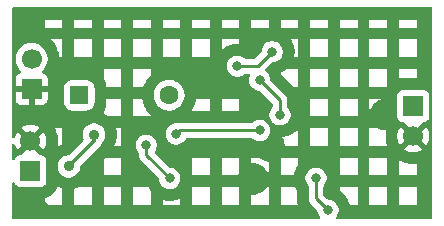
<source format=gbl>
%TF.GenerationSoftware,KiCad,Pcbnew,9.0.1*%
%TF.CreationDate,2025-05-18T00:30:22-05:00*%
%TF.ProjectId,Tiny_Solar_Supply,54696e79-5f53-46f6-9c61-725f53757070,rev?*%
%TF.SameCoordinates,Original*%
%TF.FileFunction,Copper,L2,Bot*%
%TF.FilePolarity,Positive*%
%FSLAX46Y46*%
G04 Gerber Fmt 4.6, Leading zero omitted, Abs format (unit mm)*
G04 Created by KiCad (PCBNEW 9.0.1) date 2025-05-18 00:30:22*
%MOMM*%
%LPD*%
G01*
G04 APERTURE LIST*
G04 Aperture macros list*
%AMRoundRect*
0 Rectangle with rounded corners*
0 $1 Rounding radius*
0 $2 $3 $4 $5 $6 $7 $8 $9 X,Y pos of 4 corners*
0 Add a 4 corners polygon primitive as box body*
4,1,4,$2,$3,$4,$5,$6,$7,$8,$9,$2,$3,0*
0 Add four circle primitives for the rounded corners*
1,1,$1+$1,$2,$3*
1,1,$1+$1,$4,$5*
1,1,$1+$1,$6,$7*
1,1,$1+$1,$8,$9*
0 Add four rect primitives between the rounded corners*
20,1,$1+$1,$2,$3,$4,$5,0*
20,1,$1+$1,$4,$5,$6,$7,0*
20,1,$1+$1,$6,$7,$8,$9,0*
20,1,$1+$1,$8,$9,$2,$3,0*%
G04 Aperture macros list end*
%TA.AperFunction,ComponentPad*%
%ADD10RoundRect,0.250000X-0.550000X-0.550000X0.550000X-0.550000X0.550000X0.550000X-0.550000X0.550000X0*%
%TD*%
%TA.AperFunction,ComponentPad*%
%ADD11C,1.600000*%
%TD*%
%TA.AperFunction,ComponentPad*%
%ADD12R,1.700000X1.700000*%
%TD*%
%TA.AperFunction,ComponentPad*%
%ADD13C,1.700000*%
%TD*%
%TA.AperFunction,ViaPad*%
%ADD14C,0.800000*%
%TD*%
%TA.AperFunction,ViaPad*%
%ADD15C,0.900000*%
%TD*%
%TA.AperFunction,Conductor*%
%ADD16C,0.350000*%
%TD*%
%TA.AperFunction,Conductor*%
%ADD17C,0.250000*%
%TD*%
G04 APERTURE END LIST*
D10*
%TO.P,J3,1,Pin_1*%
%TO.N,/BAT_P*%
X151349570Y-53869831D03*
D11*
%TO.P,J3,2,Pin_2*%
%TO.N,Net-(J3-Pin_2)*%
X158969570Y-53869831D03*
%TD*%
D12*
%TO.P,J1,1,Pin_1*%
%TO.N,/OUT_P*%
X179635516Y-54786750D03*
D13*
%TO.P,J1,2,Pin_2*%
%TO.N,GNDD*%
X179635516Y-57326750D03*
%TD*%
D12*
%TO.P,J2,1,Pin_1*%
%TO.N,/BAT_P*%
X147225952Y-60289104D03*
D13*
%TO.P,J2,2,Pin_2*%
%TO.N,GNDD*%
X147225952Y-57749104D03*
%TD*%
D12*
%TO.P,J4,1,Pin_1*%
%TO.N,GNDD*%
X147320000Y-53340000D03*
D13*
%TO.P,J4,2,Pin_2*%
%TO.N,/SOLAR_P*%
X147320000Y-50800000D03*
%TD*%
D14*
%TO.N,GNDD*%
X161239200Y-52832000D03*
X167436800Y-58166000D03*
X177241200Y-55524400D03*
X147617359Y-63848159D03*
X147320000Y-55880000D03*
X166105876Y-60960000D03*
D15*
%TO.N,/BAT_P*%
X152603200Y-57200800D03*
X150469600Y-59893200D03*
D14*
%TO.N,Net-(U1-FB)*%
X159004000Y-60909200D03*
X157022800Y-58115200D03*
%TO.N,Net-(U1-SW)*%
X167690800Y-50190400D03*
X164744400Y-51409600D03*
%TO.N,Net-(J3-Pin_2)*%
X168351200Y-55524400D03*
X166624000Y-52578000D03*
%TO.N,Net-(Q1-D)*%
X159562800Y-57150000D03*
X166624000Y-56845200D03*
%TO.N,Net-(U1-FB)*%
X171399200Y-60909200D03*
X172424301Y-63620198D03*
%TD*%
D16*
%TO.N,/BAT_P*%
X152603200Y-57759600D02*
X152603200Y-57200800D01*
X150469600Y-59893200D02*
X152603200Y-57759600D01*
D17*
%TO.N,Net-(U1-FB)*%
X157022800Y-58928000D02*
X159004000Y-60909200D01*
X157022800Y-58115200D02*
X157022800Y-58928000D01*
%TO.N,Net-(U1-SW)*%
X166471600Y-51409600D02*
X167690800Y-50190400D01*
X164744400Y-51409600D02*
X166471600Y-51409600D01*
%TO.N,Net-(J3-Pin_2)*%
X168351200Y-54305200D02*
X168351200Y-55524400D01*
X166624000Y-52578000D02*
X168351200Y-54305200D01*
%TO.N,Net-(Q1-D)*%
X159867600Y-56845200D02*
X159562800Y-57150000D01*
X166624000Y-56845200D02*
X159867600Y-56845200D01*
%TO.N,Net-(U1-FB)*%
X171399200Y-60909200D02*
X171399200Y-62595097D01*
X171399200Y-62595097D02*
X172424301Y-63620198D01*
%TD*%
%TA.AperFunction,Conductor*%
%TO.N,GNDD*%
G36*
X181197439Y-46425485D02*
G01*
X181243194Y-46478289D01*
X181254400Y-46529800D01*
X181254400Y-64239600D01*
X181234715Y-64306639D01*
X181181911Y-64352394D01*
X181130400Y-64363600D01*
X173242586Y-64363600D01*
X173175547Y-64343915D01*
X173129792Y-64291111D01*
X173119848Y-64221953D01*
X173139484Y-64170709D01*
X173222310Y-64046751D01*
X173222310Y-64046750D01*
X173222314Y-64046745D01*
X173290195Y-63882864D01*
X173324801Y-63708889D01*
X173324801Y-63531507D01*
X173324801Y-63531504D01*
X173324800Y-63531502D01*
X173290197Y-63357539D01*
X173290194Y-63357530D01*
X173222317Y-63193657D01*
X173222310Y-63193644D01*
X173123765Y-63046163D01*
X173123762Y-63046159D01*
X172998339Y-62920736D01*
X172998335Y-62920733D01*
X172850854Y-62822188D01*
X172850841Y-62822181D01*
X172686968Y-62754304D01*
X172686959Y-62754301D01*
X172512995Y-62719698D01*
X172512992Y-62719698D01*
X172459753Y-62719698D01*
X172392714Y-62700013D01*
X172372072Y-62683379D01*
X172061019Y-62372326D01*
X172027534Y-62311003D01*
X172024700Y-62284645D01*
X172024700Y-62000190D01*
X173417000Y-62000190D01*
X173573170Y-62104541D01*
X173578146Y-62108045D01*
X173607718Y-62129977D01*
X173612516Y-62133722D01*
X173650398Y-62164811D01*
X173655005Y-62168785D01*
X173682292Y-62193516D01*
X173686701Y-62197714D01*
X173846785Y-62357798D01*
X173850983Y-62362207D01*
X173875714Y-62389494D01*
X173879688Y-62394101D01*
X173910777Y-62431983D01*
X173914522Y-62436781D01*
X173936454Y-62466353D01*
X173939958Y-62471329D01*
X174065735Y-62659566D01*
X174068992Y-62664710D01*
X174087928Y-62696304D01*
X174090928Y-62701599D01*
X174114030Y-62744821D01*
X174116767Y-62750260D01*
X174132507Y-62783542D01*
X174134972Y-62789103D01*
X174221602Y-62998249D01*
X174223792Y-63003926D01*
X174236191Y-63038578D01*
X174238099Y-63044353D01*
X174252326Y-63091246D01*
X174253950Y-63097114D01*
X174262902Y-63132849D01*
X174264236Y-63138790D01*
X174267620Y-63155800D01*
X174919000Y-63155800D01*
X175917000Y-63155800D01*
X177419000Y-63155800D01*
X178417000Y-63155800D01*
X179919000Y-63155800D01*
X179919000Y-61653800D01*
X178417000Y-61653800D01*
X178417000Y-63155800D01*
X177419000Y-63155800D01*
X177419000Y-61653800D01*
X175917000Y-61653800D01*
X175917000Y-63155800D01*
X174919000Y-63155800D01*
X174919000Y-61653800D01*
X173417000Y-61653800D01*
X173417000Y-62000190D01*
X172024700Y-62000190D01*
X172024700Y-61608561D01*
X172044385Y-61541522D01*
X172061020Y-61520879D01*
X172098661Y-61483238D01*
X172098664Y-61483235D01*
X172197213Y-61335747D01*
X172265094Y-61171866D01*
X172299700Y-60997891D01*
X172299700Y-60820509D01*
X172299700Y-60820506D01*
X172299699Y-60820504D01*
X172266938Y-60655800D01*
X173417000Y-60655800D01*
X174919000Y-60655800D01*
X175917000Y-60655800D01*
X177419000Y-60655800D01*
X178417000Y-60655800D01*
X179919000Y-60655800D01*
X179919000Y-59659118D01*
X179878537Y-59665527D01*
X179873712Y-59666195D01*
X179844478Y-59669655D01*
X179839641Y-59670131D01*
X179800562Y-59673209D01*
X179795697Y-59673496D01*
X179766245Y-59674654D01*
X179761373Y-59674750D01*
X179509659Y-59674750D01*
X179504787Y-59674654D01*
X179475335Y-59673496D01*
X179470470Y-59673209D01*
X179431391Y-59670131D01*
X179426554Y-59669655D01*
X179397320Y-59666195D01*
X179392496Y-59665527D01*
X179143923Y-59626156D01*
X179139135Y-59625301D01*
X179110272Y-59619561D01*
X179105520Y-59618519D01*
X179067403Y-59609371D01*
X179062687Y-59608141D01*
X179034310Y-59600139D01*
X179029646Y-59598724D01*
X178790253Y-59520941D01*
X178785652Y-59519345D01*
X178758007Y-59509146D01*
X178753471Y-59507371D01*
X178717255Y-59492369D01*
X178712797Y-59490419D01*
X178686053Y-59478090D01*
X178681670Y-59475964D01*
X178457406Y-59361694D01*
X178453111Y-59359398D01*
X178427399Y-59344998D01*
X178423197Y-59342535D01*
X178417000Y-59338737D01*
X178417000Y-60655800D01*
X177419000Y-60655800D01*
X177419000Y-59153800D01*
X175917000Y-59153800D01*
X175917000Y-60655800D01*
X174919000Y-60655800D01*
X174919000Y-59153800D01*
X173417000Y-59153800D01*
X173417000Y-60655800D01*
X172266938Y-60655800D01*
X172265096Y-60646541D01*
X172265093Y-60646532D01*
X172262669Y-60640681D01*
X172204029Y-60499108D01*
X172197216Y-60482659D01*
X172197209Y-60482646D01*
X172098664Y-60335165D01*
X172098661Y-60335161D01*
X171973238Y-60209738D01*
X171973234Y-60209735D01*
X171825753Y-60111190D01*
X171825740Y-60111183D01*
X171661867Y-60043306D01*
X171661858Y-60043303D01*
X171487894Y-60008700D01*
X171487891Y-60008700D01*
X171310509Y-60008700D01*
X171310506Y-60008700D01*
X171136541Y-60043303D01*
X171136532Y-60043306D01*
X170972659Y-60111183D01*
X170972646Y-60111190D01*
X170825165Y-60209735D01*
X170825161Y-60209738D01*
X170699738Y-60335161D01*
X170699735Y-60335165D01*
X170601190Y-60482646D01*
X170601183Y-60482659D01*
X170533306Y-60646532D01*
X170533303Y-60646541D01*
X170498700Y-60820504D01*
X170498700Y-60997895D01*
X170533303Y-61171858D01*
X170533306Y-61171867D01*
X170601183Y-61335740D01*
X170601190Y-61335753D01*
X170699735Y-61483234D01*
X170699738Y-61483238D01*
X170737380Y-61520879D01*
X170770866Y-61582201D01*
X170773700Y-61608561D01*
X170773700Y-62656703D01*
X170793113Y-62754304D01*
X170793113Y-62754306D01*
X170797734Y-62777541D01*
X170802523Y-62789103D01*
X170844888Y-62891383D01*
X170866686Y-62924005D01*
X170866687Y-62924008D01*
X170866688Y-62924008D01*
X170913341Y-62993829D01*
X170913344Y-62993833D01*
X171004786Y-63085275D01*
X171004808Y-63085295D01*
X171487482Y-63567969D01*
X171520967Y-63629292D01*
X171523801Y-63655650D01*
X171523801Y-63708893D01*
X171558404Y-63882856D01*
X171558407Y-63882865D01*
X171626284Y-64046738D01*
X171626291Y-64046751D01*
X171709118Y-64170709D01*
X171729996Y-64237386D01*
X171711512Y-64304767D01*
X171659533Y-64351457D01*
X171606016Y-64363600D01*
X145796562Y-64363600D01*
X145729523Y-64343915D01*
X145708881Y-64327281D01*
X145705319Y-64323719D01*
X145671834Y-64262396D01*
X145669000Y-64236038D01*
X145669000Y-62603488D01*
X148417000Y-62603488D01*
X148417000Y-62792578D01*
X148471992Y-62832532D01*
X148486788Y-62845169D01*
X148620349Y-62978730D01*
X148632986Y-62993526D01*
X148744009Y-63146337D01*
X148749808Y-63155800D01*
X149919000Y-63155800D01*
X149919000Y-61790880D01*
X150917000Y-61790880D01*
X150917000Y-63155800D01*
X152419000Y-63155800D01*
X153417000Y-63155800D01*
X154919000Y-63155800D01*
X155917000Y-63155800D01*
X157419000Y-63155800D01*
X157419000Y-62719164D01*
X158417000Y-62719164D01*
X158417000Y-63155800D01*
X159919000Y-63155800D01*
X160917000Y-63155800D01*
X162419000Y-63155800D01*
X163417000Y-63155800D01*
X164919000Y-63155800D01*
X164919000Y-62270588D01*
X165917000Y-62270588D01*
X165917000Y-63155800D01*
X167419000Y-63155800D01*
X168417000Y-63155800D01*
X169874187Y-63155800D01*
X169866330Y-63136831D01*
X169864140Y-63131155D01*
X169851741Y-63096504D01*
X169849833Y-63090728D01*
X169835606Y-63043835D01*
X169833982Y-63037966D01*
X169825030Y-63002230D01*
X169823696Y-62996292D01*
X169814289Y-62949004D01*
X169814288Y-62949001D01*
X169790094Y-62827362D01*
X169789054Y-62821365D01*
X169783651Y-62784937D01*
X169782906Y-62778897D01*
X169778103Y-62730127D01*
X169777655Y-62724057D01*
X169775849Y-62687285D01*
X169775700Y-62681202D01*
X169775700Y-61896672D01*
X169757766Y-61869833D01*
X169754509Y-61864688D01*
X169735573Y-61833094D01*
X169732573Y-61827799D01*
X169709471Y-61784577D01*
X169706734Y-61779138D01*
X169690994Y-61745856D01*
X169688529Y-61740295D01*
X169652702Y-61653800D01*
X168417000Y-61653800D01*
X168417000Y-63155800D01*
X167419000Y-63155800D01*
X167419000Y-61653800D01*
X167237442Y-61653800D01*
X167232526Y-61661822D01*
X167121503Y-61814633D01*
X167108866Y-61829429D01*
X166975305Y-61962990D01*
X166960509Y-61975627D01*
X166807698Y-62086650D01*
X166791108Y-62096817D01*
X166622811Y-62182569D01*
X166604834Y-62190015D01*
X166425195Y-62248383D01*
X166406275Y-62252925D01*
X166219716Y-62282473D01*
X166200318Y-62284000D01*
X166011434Y-62284000D01*
X165992036Y-62282473D01*
X165917000Y-62270588D01*
X164919000Y-62270588D01*
X164919000Y-61653800D01*
X163417000Y-61653800D01*
X163417000Y-63155800D01*
X162419000Y-63155800D01*
X162419000Y-61653800D01*
X160917000Y-61653800D01*
X160917000Y-63155800D01*
X159919000Y-63155800D01*
X159919000Y-62577750D01*
X159879377Y-62598929D01*
X159873938Y-62601666D01*
X159840656Y-62617406D01*
X159835095Y-62619871D01*
X159625949Y-62706501D01*
X159620272Y-62708691D01*
X159585620Y-62721090D01*
X159579845Y-62722998D01*
X159532952Y-62737225D01*
X159527084Y-62738849D01*
X159491349Y-62747801D01*
X159485408Y-62749135D01*
X159263357Y-62793304D01*
X159257360Y-62794345D01*
X159220929Y-62799749D01*
X159214888Y-62800494D01*
X159166116Y-62805297D01*
X159160046Y-62805745D01*
X159123274Y-62807551D01*
X159117191Y-62807700D01*
X158890809Y-62807700D01*
X158884726Y-62807551D01*
X158847954Y-62805745D01*
X158841884Y-62805297D01*
X158793112Y-62800494D01*
X158787071Y-62799749D01*
X158750640Y-62794345D01*
X158744643Y-62793304D01*
X158522592Y-62749135D01*
X158516651Y-62747801D01*
X158480916Y-62738849D01*
X158475048Y-62737225D01*
X158428155Y-62722998D01*
X158422380Y-62721090D01*
X158417000Y-62719164D01*
X157419000Y-62719164D01*
X157419000Y-61954290D01*
X157362566Y-61869832D01*
X157359309Y-61864688D01*
X157340373Y-61833094D01*
X157337373Y-61827799D01*
X157314271Y-61784577D01*
X157311534Y-61779138D01*
X157295794Y-61745856D01*
X157293329Y-61740295D01*
X157257502Y-61653800D01*
X155917000Y-61653800D01*
X155917000Y-63155800D01*
X154919000Y-63155800D01*
X154919000Y-61653800D01*
X153417000Y-61653800D01*
X153417000Y-63155800D01*
X152419000Y-63155800D01*
X152419000Y-61653800D01*
X151310813Y-61653800D01*
X151106135Y-61738580D01*
X151100459Y-61740770D01*
X151065797Y-61753173D01*
X151060018Y-61755082D01*
X151013122Y-61769309D01*
X151007252Y-61770933D01*
X150971524Y-61779882D01*
X150965587Y-61781216D01*
X150917000Y-61790880D01*
X149919000Y-61790880D01*
X149919000Y-61767161D01*
X149879182Y-61755082D01*
X149873403Y-61753173D01*
X149838741Y-61740770D01*
X149833065Y-61738580D01*
X149628387Y-61653800D01*
X149483320Y-61653800D01*
X149442365Y-61763606D01*
X149438977Y-61771786D01*
X149416719Y-61820523D01*
X149412757Y-61828437D01*
X149378580Y-61891027D01*
X149374062Y-61898641D01*
X149345098Y-61943708D01*
X149340050Y-61950978D01*
X149211066Y-62123277D01*
X149205513Y-62130168D01*
X149170433Y-62170653D01*
X149164401Y-62177132D01*
X149113980Y-62227553D01*
X149107501Y-62233585D01*
X149067016Y-62268665D01*
X149060125Y-62274218D01*
X148887826Y-62403202D01*
X148880556Y-62408250D01*
X148835489Y-62437214D01*
X148827875Y-62441732D01*
X148765285Y-62475909D01*
X148757371Y-62479871D01*
X148708634Y-62502129D01*
X148700454Y-62505517D01*
X148502970Y-62579173D01*
X148495631Y-62581652D01*
X148450780Y-62595257D01*
X148443304Y-62597272D01*
X148417000Y-62603488D01*
X145669000Y-62603488D01*
X145669000Y-61363172D01*
X145688685Y-61296133D01*
X145741489Y-61250378D01*
X145810647Y-61240434D01*
X145874203Y-61269459D01*
X145909182Y-61319839D01*
X145932154Y-61381432D01*
X145932158Y-61381439D01*
X146018404Y-61496648D01*
X146018407Y-61496651D01*
X146133616Y-61582897D01*
X146133623Y-61582901D01*
X146268469Y-61633195D01*
X146268468Y-61633195D01*
X146275396Y-61633939D01*
X146328079Y-61639604D01*
X148123824Y-61639603D01*
X148183435Y-61633195D01*
X148318283Y-61582900D01*
X148433498Y-61496650D01*
X148519748Y-61381435D01*
X148570043Y-61246587D01*
X148576452Y-61186977D01*
X148576451Y-59799579D01*
X149519100Y-59799579D01*
X149519100Y-59986820D01*
X149555625Y-60170443D01*
X149555627Y-60170451D01*
X149627276Y-60343428D01*
X149627281Y-60343437D01*
X149731297Y-60499107D01*
X149731300Y-60499111D01*
X149863688Y-60631499D01*
X149863692Y-60631502D01*
X150019362Y-60735518D01*
X150019368Y-60735521D01*
X150019369Y-60735522D01*
X150192349Y-60807173D01*
X150375979Y-60843699D01*
X150375983Y-60843700D01*
X150375984Y-60843700D01*
X150563217Y-60843700D01*
X150563218Y-60843699D01*
X150746851Y-60807173D01*
X150919831Y-60735522D01*
X151075508Y-60631502D01*
X151207902Y-60499108D01*
X151311922Y-60343431D01*
X151383573Y-60170451D01*
X151420100Y-59986816D01*
X151420100Y-59949363D01*
X151439785Y-59882324D01*
X151456419Y-59861682D01*
X152005616Y-59312485D01*
X153417000Y-59312485D01*
X153417000Y-60655800D01*
X154919000Y-60655800D01*
X154919000Y-59153800D01*
X153575686Y-59153800D01*
X153417000Y-59312485D01*
X152005616Y-59312485D01*
X153127892Y-58190209D01*
X153127895Y-58190206D01*
X153150884Y-58155800D01*
X154306688Y-58155800D01*
X154919000Y-58155800D01*
X154919000Y-58026504D01*
X156122300Y-58026504D01*
X156122300Y-58203895D01*
X156156903Y-58377858D01*
X156156906Y-58377867D01*
X156224783Y-58541740D01*
X156224790Y-58541753D01*
X156323335Y-58689234D01*
X156323338Y-58689238D01*
X156360980Y-58726879D01*
X156394466Y-58788201D01*
X156397300Y-58814561D01*
X156397300Y-58989611D01*
X156421335Y-59110444D01*
X156421340Y-59110461D01*
X156468485Y-59224280D01*
X156468487Y-59224283D01*
X156468488Y-59224286D01*
X156502015Y-59274462D01*
X156502714Y-59275507D01*
X156502715Y-59275509D01*
X156536941Y-59326733D01*
X156628386Y-59418178D01*
X156628408Y-59418198D01*
X158067181Y-60856971D01*
X158100666Y-60918294D01*
X158103500Y-60944652D01*
X158103500Y-60997895D01*
X158138103Y-61171858D01*
X158138106Y-61171867D01*
X158205983Y-61335740D01*
X158205990Y-61335753D01*
X158304535Y-61483234D01*
X158304538Y-61483238D01*
X158429961Y-61608661D01*
X158429965Y-61608664D01*
X158577446Y-61707209D01*
X158577459Y-61707216D01*
X158670746Y-61745856D01*
X158741334Y-61775094D01*
X158741336Y-61775094D01*
X158741341Y-61775096D01*
X158915304Y-61809699D01*
X158915307Y-61809700D01*
X158915309Y-61809700D01*
X159092693Y-61809700D01*
X159092694Y-61809699D01*
X159150682Y-61798164D01*
X159266658Y-61775096D01*
X159266661Y-61775094D01*
X159266666Y-61775094D01*
X159430547Y-61707213D01*
X159578035Y-61608664D01*
X159703464Y-61483235D01*
X159802013Y-61335747D01*
X159869894Y-61171866D01*
X159904500Y-60997891D01*
X159904500Y-60820509D01*
X159904500Y-60820506D01*
X159904499Y-60820504D01*
X159871738Y-60655800D01*
X160917000Y-60655800D01*
X162419000Y-60655800D01*
X163417000Y-60655800D01*
X164813863Y-60655800D01*
X164817493Y-60640681D01*
X164875861Y-60461042D01*
X164883307Y-60443065D01*
X164919000Y-60373013D01*
X164919000Y-59649411D01*
X165917000Y-59649411D01*
X165992036Y-59637527D01*
X166011434Y-59636000D01*
X166200318Y-59636000D01*
X166219716Y-59637527D01*
X166406275Y-59667075D01*
X166425195Y-59671617D01*
X166604834Y-59729985D01*
X166622811Y-59737431D01*
X166791108Y-59823183D01*
X166807698Y-59833350D01*
X166960509Y-59944373D01*
X166975305Y-59957010D01*
X167108866Y-60090571D01*
X167121503Y-60105367D01*
X167232526Y-60258178D01*
X167242693Y-60274768D01*
X167328445Y-60443065D01*
X167335891Y-60461042D01*
X167394259Y-60640681D01*
X167397889Y-60655800D01*
X167419000Y-60655800D01*
X168417000Y-60655800D01*
X169514062Y-60655800D01*
X169515096Y-60649843D01*
X169559265Y-60427792D01*
X169560599Y-60421851D01*
X169569551Y-60386116D01*
X169571175Y-60380248D01*
X169585402Y-60333355D01*
X169587310Y-60327580D01*
X169599709Y-60292928D01*
X169601899Y-60287251D01*
X169688529Y-60078105D01*
X169690994Y-60072544D01*
X169706734Y-60039262D01*
X169709471Y-60033823D01*
X169732573Y-59990601D01*
X169735573Y-59985306D01*
X169754509Y-59953712D01*
X169757766Y-59948568D01*
X169883543Y-59760331D01*
X169887047Y-59755355D01*
X169908979Y-59725783D01*
X169912724Y-59720985D01*
X169919000Y-59713337D01*
X169919000Y-59153800D01*
X168417000Y-59153800D01*
X168417000Y-60655800D01*
X167419000Y-60655800D01*
X167419000Y-59490000D01*
X167342358Y-59490000D01*
X167322960Y-59488473D01*
X167136401Y-59458925D01*
X167117481Y-59454383D01*
X166937842Y-59396015D01*
X166919865Y-59388569D01*
X166751568Y-59302817D01*
X166734978Y-59292650D01*
X166582167Y-59181627D01*
X166567371Y-59168990D01*
X166552181Y-59153800D01*
X165917000Y-59153800D01*
X165917000Y-59649411D01*
X164919000Y-59649411D01*
X164919000Y-59153800D01*
X163417000Y-59153800D01*
X163417000Y-60655800D01*
X162419000Y-60655800D01*
X162419000Y-59153800D01*
X160917000Y-59153800D01*
X160917000Y-60655800D01*
X159871738Y-60655800D01*
X159869896Y-60646541D01*
X159869893Y-60646532D01*
X159867469Y-60640681D01*
X159808829Y-60499108D01*
X159802016Y-60482659D01*
X159802009Y-60482646D01*
X159703464Y-60335165D01*
X159703461Y-60335161D01*
X159578038Y-60209738D01*
X159578034Y-60209735D01*
X159430553Y-60111190D01*
X159430540Y-60111183D01*
X159266667Y-60043306D01*
X159266658Y-60043303D01*
X159092694Y-60008700D01*
X159092691Y-60008700D01*
X159039452Y-60008700D01*
X158972413Y-59989015D01*
X158951771Y-59972381D01*
X157772737Y-58793347D01*
X157739252Y-58732024D01*
X157744236Y-58662332D01*
X157757315Y-58636777D01*
X157820813Y-58541747D01*
X157888694Y-58377866D01*
X157923300Y-58203891D01*
X157923300Y-58026509D01*
X157923300Y-58026506D01*
X157923299Y-58026504D01*
X157888696Y-57852541D01*
X157888693Y-57852532D01*
X157886269Y-57846681D01*
X157845853Y-57749105D01*
X157820816Y-57688659D01*
X157820809Y-57688646D01*
X157722264Y-57541165D01*
X157722261Y-57541161D01*
X157596838Y-57415738D01*
X157596834Y-57415735D01*
X157449353Y-57317190D01*
X157449340Y-57317183D01*
X157285467Y-57249306D01*
X157285458Y-57249303D01*
X157111494Y-57214700D01*
X157111491Y-57214700D01*
X156934109Y-57214700D01*
X156934106Y-57214700D01*
X156760141Y-57249303D01*
X156760132Y-57249306D01*
X156596259Y-57317183D01*
X156596246Y-57317190D01*
X156448765Y-57415735D01*
X156448761Y-57415738D01*
X156323338Y-57541161D01*
X156323335Y-57541165D01*
X156224790Y-57688646D01*
X156224783Y-57688659D01*
X156156906Y-57852532D01*
X156156903Y-57852541D01*
X156122300Y-58026504D01*
X154919000Y-58026504D01*
X154919000Y-57061304D01*
X158662300Y-57061304D01*
X158662300Y-57238695D01*
X158696903Y-57412658D01*
X158696906Y-57412667D01*
X158764783Y-57576540D01*
X158764790Y-57576553D01*
X158863335Y-57724034D01*
X158863338Y-57724038D01*
X158988761Y-57849461D01*
X158988765Y-57849464D01*
X159136246Y-57948009D01*
X159136259Y-57948016D01*
X159252349Y-57996101D01*
X159300134Y-58015894D01*
X159300136Y-58015894D01*
X159300141Y-58015896D01*
X159474104Y-58050499D01*
X159474107Y-58050500D01*
X159474109Y-58050500D01*
X159651493Y-58050500D01*
X159651494Y-58050499D01*
X159709482Y-58038964D01*
X159825458Y-58015896D01*
X159825461Y-58015894D01*
X159825466Y-58015894D01*
X159989347Y-57948013D01*
X160136835Y-57849464D01*
X160262264Y-57724035D01*
X160360813Y-57576547D01*
X160372950Y-57547246D01*
X160416792Y-57492843D01*
X160483086Y-57470779D01*
X160487511Y-57470700D01*
X165924639Y-57470700D01*
X165991678Y-57490385D01*
X166012321Y-57507020D01*
X166049961Y-57544661D01*
X166049965Y-57544664D01*
X166197446Y-57643209D01*
X166197459Y-57643216D01*
X166320363Y-57694123D01*
X166361334Y-57711094D01*
X166361336Y-57711094D01*
X166361341Y-57711096D01*
X166535304Y-57745699D01*
X166535307Y-57745700D01*
X166535309Y-57745700D01*
X166712693Y-57745700D01*
X166712694Y-57745699D01*
X166821593Y-57724038D01*
X166886658Y-57711096D01*
X166886661Y-57711094D01*
X166886666Y-57711094D01*
X167031658Y-57651037D01*
X167050540Y-57643216D01*
X167050540Y-57643215D01*
X167050547Y-57643213D01*
X167198035Y-57544664D01*
X167323464Y-57419235D01*
X167323751Y-57418806D01*
X168530485Y-57418806D01*
X168563450Y-57464178D01*
X168573617Y-57480768D01*
X168659369Y-57649065D01*
X168666815Y-57667042D01*
X168725183Y-57846681D01*
X168729725Y-57865601D01*
X168759273Y-58052160D01*
X168760800Y-58071558D01*
X168760800Y-58155800D01*
X169919000Y-58155800D01*
X170917000Y-58155800D01*
X172419000Y-58155800D01*
X173417000Y-58155800D01*
X174919000Y-58155800D01*
X175917000Y-58155800D01*
X177419000Y-58155800D01*
X177419000Y-58103302D01*
X177363542Y-57932620D01*
X177362127Y-57927956D01*
X177354125Y-57899579D01*
X177352895Y-57894863D01*
X177343747Y-57856746D01*
X177342705Y-57851994D01*
X177336965Y-57823131D01*
X177336110Y-57818343D01*
X177296739Y-57569770D01*
X177296071Y-57564946D01*
X177292611Y-57535712D01*
X177292135Y-57530875D01*
X177289057Y-57491796D01*
X177288770Y-57486931D01*
X177287612Y-57457479D01*
X177287516Y-57452607D01*
X177287516Y-57200893D01*
X177287612Y-57196021D01*
X177288770Y-57166569D01*
X177289057Y-57161704D01*
X177292135Y-57122625D01*
X177292611Y-57117788D01*
X177296071Y-57088554D01*
X177296739Y-57083730D01*
X177334012Y-56848400D01*
X177146758Y-56848400D01*
X177127360Y-56846873D01*
X176940801Y-56817325D01*
X176921881Y-56812783D01*
X176742242Y-56754415D01*
X176724265Y-56746969D01*
X176555968Y-56661217D01*
X176543865Y-56653800D01*
X175917000Y-56653800D01*
X175917000Y-58155800D01*
X174919000Y-58155800D01*
X174919000Y-56653800D01*
X173417000Y-56653800D01*
X173417000Y-58155800D01*
X172419000Y-58155800D01*
X172419000Y-56653800D01*
X170917000Y-56653800D01*
X170917000Y-58155800D01*
X169919000Y-58155800D01*
X169919000Y-56653800D01*
X169879866Y-56653800D01*
X169866857Y-56673269D01*
X169863353Y-56678245D01*
X169841421Y-56707817D01*
X169837676Y-56712615D01*
X169806587Y-56750497D01*
X169802613Y-56755104D01*
X169777882Y-56782391D01*
X169773684Y-56786800D01*
X169613600Y-56946884D01*
X169609191Y-56951082D01*
X169581904Y-56975813D01*
X169577297Y-56979787D01*
X169539415Y-57010876D01*
X169534617Y-57014621D01*
X169505045Y-57036553D01*
X169500069Y-57040057D01*
X169311832Y-57165834D01*
X169306688Y-57169091D01*
X169275094Y-57188027D01*
X169269799Y-57191027D01*
X169226577Y-57214129D01*
X169221138Y-57216866D01*
X169187856Y-57232606D01*
X169182295Y-57235071D01*
X168973149Y-57321701D01*
X168967472Y-57323891D01*
X168932820Y-57336290D01*
X168927045Y-57338198D01*
X168880152Y-57352425D01*
X168874284Y-57354049D01*
X168838549Y-57363001D01*
X168832608Y-57364335D01*
X168610557Y-57408504D01*
X168604560Y-57409545D01*
X168568129Y-57414949D01*
X168562088Y-57415694D01*
X168530485Y-57418806D01*
X167323751Y-57418806D01*
X167422013Y-57271747D01*
X167489894Y-57107866D01*
X167493736Y-57088554D01*
X167521080Y-56951082D01*
X167524500Y-56933891D01*
X167524500Y-56756509D01*
X167524500Y-56756506D01*
X167524499Y-56756504D01*
X167489896Y-56582541D01*
X167489893Y-56582532D01*
X167482644Y-56565032D01*
X167435220Y-56450538D01*
X167422016Y-56418659D01*
X167422009Y-56418646D01*
X167323464Y-56271165D01*
X167323461Y-56271161D01*
X167198038Y-56145738D01*
X167198034Y-56145735D01*
X167050553Y-56047190D01*
X167050540Y-56047183D01*
X166886667Y-55979306D01*
X166886658Y-55979303D01*
X166712694Y-55944700D01*
X166712691Y-55944700D01*
X166535309Y-55944700D01*
X166535306Y-55944700D01*
X166361341Y-55979303D01*
X166361332Y-55979306D01*
X166197459Y-56047183D01*
X166197446Y-56047190D01*
X166049965Y-56145735D01*
X166049961Y-56145738D01*
X166012321Y-56183380D01*
X165950999Y-56216866D01*
X165924639Y-56219700D01*
X159805989Y-56219700D01*
X159745571Y-56231718D01*
X159695172Y-56241743D01*
X159685147Y-56243737D01*
X159683752Y-56244161D01*
X159680869Y-56244588D01*
X159679173Y-56244926D01*
X159679156Y-56244842D01*
X159647756Y-56249500D01*
X159474106Y-56249500D01*
X159300141Y-56284103D01*
X159300132Y-56284106D01*
X159136259Y-56351983D01*
X159136246Y-56351990D01*
X158988765Y-56450535D01*
X158988761Y-56450538D01*
X158863338Y-56575961D01*
X158863335Y-56575965D01*
X158764790Y-56723446D01*
X158764783Y-56723459D01*
X158696906Y-56887332D01*
X158696903Y-56887341D01*
X158662300Y-57061304D01*
X154919000Y-57061304D01*
X154919000Y-56653800D01*
X154478254Y-56653800D01*
X154479309Y-56657278D01*
X154480933Y-56663148D01*
X154489882Y-56698876D01*
X154491215Y-56704813D01*
X154537304Y-56936519D01*
X154538345Y-56942514D01*
X154543749Y-56978942D01*
X154544494Y-56984985D01*
X154549297Y-57033754D01*
X154549745Y-57039825D01*
X154551551Y-57076600D01*
X154551700Y-57082682D01*
X154551700Y-57318918D01*
X154551551Y-57325000D01*
X154549745Y-57361775D01*
X154549297Y-57367846D01*
X154544494Y-57416615D01*
X154543749Y-57422658D01*
X154538345Y-57459086D01*
X154537304Y-57465081D01*
X154491215Y-57696787D01*
X154489882Y-57702724D01*
X154480933Y-57738452D01*
X154479309Y-57744322D01*
X154465082Y-57791218D01*
X154463173Y-57796997D01*
X154450770Y-57831659D01*
X154448580Y-57837335D01*
X154358179Y-58055583D01*
X154355713Y-58061146D01*
X154339973Y-58094426D01*
X154337237Y-58099861D01*
X154314136Y-58143082D01*
X154311136Y-58148378D01*
X154306688Y-58155800D01*
X153150884Y-58155800D01*
X153201820Y-58079569D01*
X153252740Y-57956636D01*
X153260589Y-57917172D01*
X153292972Y-57855265D01*
X153294526Y-57853683D01*
X153303242Y-57844967D01*
X153341502Y-57806708D01*
X153445522Y-57651031D01*
X153517173Y-57478051D01*
X153553700Y-57294416D01*
X153553700Y-57107184D01*
X153517173Y-56923549D01*
X153458703Y-56782391D01*
X153445523Y-56750571D01*
X153445518Y-56750562D01*
X153341502Y-56594892D01*
X153341499Y-56594888D01*
X153209111Y-56462500D01*
X153209107Y-56462497D01*
X153053437Y-56358481D01*
X153053428Y-56358476D01*
X152880451Y-56286827D01*
X152880443Y-56286825D01*
X152696820Y-56250300D01*
X152696816Y-56250300D01*
X152509584Y-56250300D01*
X152509579Y-56250300D01*
X152325956Y-56286825D01*
X152325948Y-56286827D01*
X152152971Y-56358476D01*
X152152962Y-56358481D01*
X151997292Y-56462497D01*
X151997288Y-56462500D01*
X151864900Y-56594888D01*
X151864897Y-56594892D01*
X151760881Y-56750562D01*
X151760876Y-56750571D01*
X151689227Y-56923548D01*
X151689225Y-56923556D01*
X151652700Y-57107179D01*
X151652700Y-57294420D01*
X151689225Y-57478043D01*
X151689227Y-57478051D01*
X151727218Y-57569770D01*
X151727879Y-57571364D01*
X151735348Y-57640833D01*
X151704073Y-57703313D01*
X151700999Y-57706498D01*
X150501118Y-58906381D01*
X150439795Y-58939866D01*
X150413437Y-58942700D01*
X150375979Y-58942700D01*
X150192356Y-58979225D01*
X150192348Y-58979227D01*
X150019371Y-59050876D01*
X150019362Y-59050881D01*
X149863692Y-59154897D01*
X149863688Y-59154900D01*
X149731300Y-59287288D01*
X149731297Y-59287292D01*
X149627281Y-59442962D01*
X149627276Y-59442971D01*
X149555627Y-59615948D01*
X149555625Y-59615956D01*
X149519100Y-59799579D01*
X148576451Y-59799579D01*
X148576451Y-59391232D01*
X148570043Y-59331621D01*
X148563583Y-59314302D01*
X148519749Y-59196775D01*
X148519745Y-59196768D01*
X148433499Y-59081559D01*
X148433496Y-59081556D01*
X148318287Y-58995310D01*
X148318280Y-58995306D01*
X148183434Y-58945012D01*
X148183435Y-58945012D01*
X148123835Y-58938605D01*
X148123833Y-58938604D01*
X148123825Y-58938604D01*
X148123817Y-58938604D01*
X148113261Y-58938604D01*
X148046222Y-58918919D01*
X148025580Y-58902285D01*
X147355360Y-58232066D01*
X147418945Y-58215029D01*
X147532959Y-58149203D01*
X147626051Y-58056111D01*
X147691877Y-57942097D01*
X147708914Y-57878513D01*
X148341222Y-58510821D01*
X148341222Y-58510820D01*
X148380574Y-58456658D01*
X148477047Y-58267321D01*
X148542709Y-58065234D01*
X148542709Y-58065231D01*
X148575952Y-57855350D01*
X148575952Y-57642857D01*
X148542709Y-57432976D01*
X148542709Y-57432973D01*
X148477047Y-57230886D01*
X148380576Y-57041553D01*
X148341222Y-56987386D01*
X148341221Y-56987386D01*
X147708914Y-57619694D01*
X147691877Y-57556111D01*
X147626051Y-57442097D01*
X147532959Y-57349005D01*
X147418945Y-57283179D01*
X147355361Y-57266141D01*
X147967700Y-56653800D01*
X149303088Y-56653800D01*
X149375166Y-56795258D01*
X149377292Y-56799641D01*
X149389621Y-56826385D01*
X149391571Y-56830843D01*
X149406573Y-56867059D01*
X149408348Y-56871595D01*
X149418547Y-56899240D01*
X149420143Y-56903841D01*
X149497926Y-57143234D01*
X149499341Y-57147898D01*
X149507343Y-57176275D01*
X149508573Y-57180991D01*
X149517721Y-57219108D01*
X149518763Y-57223860D01*
X149524503Y-57252723D01*
X149525358Y-57257511D01*
X149564729Y-57506084D01*
X149565397Y-57510908D01*
X149568857Y-57540142D01*
X149569333Y-57544979D01*
X149572411Y-57584058D01*
X149572698Y-57588923D01*
X149573856Y-57618375D01*
X149573952Y-57623247D01*
X149573952Y-57874961D01*
X149573856Y-57879833D01*
X149572698Y-57909285D01*
X149572411Y-57914150D01*
X149569333Y-57953229D01*
X149568857Y-57958066D01*
X149565397Y-57987300D01*
X149564729Y-57992124D01*
X149538805Y-58155800D01*
X149577300Y-58155800D01*
X149609254Y-58140687D01*
X149614817Y-58138221D01*
X149833065Y-58047820D01*
X149838741Y-58045630D01*
X149873403Y-58033227D01*
X149879182Y-58031318D01*
X149919000Y-58019238D01*
X149919000Y-56653800D01*
X149303088Y-56653800D01*
X147967700Y-56653800D01*
X147987668Y-56633832D01*
X147933502Y-56594479D01*
X147744169Y-56498008D01*
X147542081Y-56432346D01*
X147332198Y-56399104D01*
X147119706Y-56399104D01*
X146909824Y-56432346D01*
X146909821Y-56432346D01*
X146707734Y-56498008D01*
X146518391Y-56594484D01*
X146464234Y-56633831D01*
X146464234Y-56633832D01*
X147096543Y-57266141D01*
X147032959Y-57283179D01*
X146918945Y-57349005D01*
X146825853Y-57442097D01*
X146760027Y-57556111D01*
X146742989Y-57619695D01*
X146110680Y-56987386D01*
X146110679Y-56987386D01*
X146071332Y-57041543D01*
X145974856Y-57230886D01*
X145910931Y-57427630D01*
X145871494Y-57485305D01*
X145807135Y-57512504D01*
X145738289Y-57500589D01*
X145686813Y-57453345D01*
X145669000Y-57389312D01*
X145669000Y-55290326D01*
X153417000Y-55290326D01*
X153417000Y-55428845D01*
X153457983Y-55445821D01*
X153463546Y-55448287D01*
X153496826Y-55464027D01*
X153502261Y-55466763D01*
X153545482Y-55489864D01*
X153550778Y-55492864D01*
X153582370Y-55511799D01*
X153587514Y-55515056D01*
X153783940Y-55646304D01*
X153788914Y-55649807D01*
X153796995Y-55655800D01*
X154919000Y-55655800D01*
X155917000Y-55655800D01*
X157419000Y-55655800D01*
X157419000Y-55569830D01*
X157258064Y-55408894D01*
X157254694Y-55405390D01*
X157234720Y-55383785D01*
X157231486Y-55380146D01*
X157206025Y-55350339D01*
X157202935Y-55346574D01*
X157184676Y-55323415D01*
X157181733Y-55319527D01*
X157038360Y-55122189D01*
X157035575Y-55118194D01*
X157019209Y-55093700D01*
X157016584Y-55089598D01*
X156996103Y-55056175D01*
X156993641Y-55051975D01*
X156979251Y-55026279D01*
X156976956Y-55021986D01*
X156866221Y-54804658D01*
X156864095Y-54800274D01*
X156851752Y-54773498D01*
X156849798Y-54769031D01*
X156834800Y-54732815D01*
X156833027Y-54728284D01*
X156822843Y-54700675D01*
X156821250Y-54696081D01*
X156745878Y-54464114D01*
X156744464Y-54459451D01*
X156736461Y-54431072D01*
X156735230Y-54426353D01*
X156726082Y-54388234D01*
X156725040Y-54383483D01*
X156719300Y-54354620D01*
X156718445Y-54349832D01*
X156687396Y-54153800D01*
X155917000Y-54153800D01*
X155917000Y-55655800D01*
X154919000Y-55655800D01*
X154919000Y-54153800D01*
X153648070Y-54153800D01*
X153648070Y-54482535D01*
X153648030Y-54485688D01*
X153647545Y-54504758D01*
X153647425Y-54507911D01*
X153646133Y-54533282D01*
X153645932Y-54536433D01*
X153644475Y-54555482D01*
X153644194Y-54558627D01*
X153629634Y-54701150D01*
X153628763Y-54707859D01*
X153622389Y-54748288D01*
X153621154Y-54754939D01*
X153609752Y-54808190D01*
X153608157Y-54814757D01*
X153597426Y-54854231D01*
X153595475Y-54860706D01*
X153522593Y-55080649D01*
X153520126Y-55087427D01*
X153504016Y-55127978D01*
X153501161Y-55134597D01*
X153476614Y-55187243D01*
X153473376Y-55193691D01*
X153452658Y-55232116D01*
X153449051Y-55238364D01*
X153417000Y-55290326D01*
X145669000Y-55290326D01*
X145669000Y-50693713D01*
X145969500Y-50693713D01*
X145969500Y-50906286D01*
X145981657Y-50983046D01*
X146002754Y-51116243D01*
X146012728Y-51146941D01*
X146068444Y-51318414D01*
X146164951Y-51507820D01*
X146289890Y-51679786D01*
X146403818Y-51793714D01*
X146437303Y-51855037D01*
X146432319Y-51924729D01*
X146390447Y-51980662D01*
X146359471Y-51997577D01*
X146227912Y-52046646D01*
X146227906Y-52046649D01*
X146112812Y-52132809D01*
X146112809Y-52132812D01*
X146026649Y-52247906D01*
X146026645Y-52247913D01*
X145976403Y-52382620D01*
X145976401Y-52382627D01*
X145970000Y-52442155D01*
X145970000Y-53090000D01*
X146886988Y-53090000D01*
X146854075Y-53147007D01*
X146820000Y-53274174D01*
X146820000Y-53405826D01*
X146854075Y-53532993D01*
X146886988Y-53590000D01*
X145970000Y-53590000D01*
X145970000Y-54237844D01*
X145976401Y-54297372D01*
X145976403Y-54297379D01*
X146026645Y-54432086D01*
X146026649Y-54432093D01*
X146112809Y-54547187D01*
X146112812Y-54547190D01*
X146227906Y-54633350D01*
X146227913Y-54633354D01*
X146362620Y-54683596D01*
X146362627Y-54683598D01*
X146422155Y-54689999D01*
X146422172Y-54690000D01*
X147070000Y-54690000D01*
X147070000Y-53773012D01*
X147127007Y-53805925D01*
X147254174Y-53840000D01*
X147385826Y-53840000D01*
X147512993Y-53805925D01*
X147570000Y-53773012D01*
X147570000Y-54690000D01*
X148217828Y-54690000D01*
X148217844Y-54689999D01*
X148277372Y-54683598D01*
X148277379Y-54683596D01*
X148412086Y-54633354D01*
X148412093Y-54633350D01*
X148527187Y-54547190D01*
X148527190Y-54547187D01*
X148613350Y-54432093D01*
X148613354Y-54432086D01*
X148663596Y-54297379D01*
X148663598Y-54297372D01*
X148669999Y-54237844D01*
X148670000Y-54237827D01*
X148670000Y-53590000D01*
X147753012Y-53590000D01*
X147785925Y-53532993D01*
X147820000Y-53405826D01*
X147820000Y-53274174D01*
X147818832Y-53269814D01*
X150049070Y-53269814D01*
X150049070Y-54469832D01*
X150049071Y-54469849D01*
X150059570Y-54572627D01*
X150059571Y-54572630D01*
X150102159Y-54701150D01*
X150114756Y-54739165D01*
X150206858Y-54888487D01*
X150330914Y-55012543D01*
X150480236Y-55104645D01*
X150646773Y-55159830D01*
X150749561Y-55170331D01*
X151949578Y-55170330D01*
X152052367Y-55159830D01*
X152218904Y-55104645D01*
X152368226Y-55012543D01*
X152492282Y-54888487D01*
X152584384Y-54739165D01*
X152639569Y-54572628D01*
X152650070Y-54469840D01*
X152650069Y-53767479D01*
X157669070Y-53767479D01*
X157669070Y-53972182D01*
X157701092Y-54174365D01*
X157764351Y-54369054D01*
X157823780Y-54485688D01*
X157855115Y-54547187D01*
X157857285Y-54551444D01*
X157977598Y-54717044D01*
X158122356Y-54861802D01*
X158244255Y-54950365D01*
X158287960Y-54982118D01*
X158374631Y-55026279D01*
X158470346Y-55075049D01*
X158470348Y-55075049D01*
X158470351Y-55075051D01*
X158561426Y-55104643D01*
X158665035Y-55138308D01*
X158766127Y-55154319D01*
X158867218Y-55170331D01*
X158867219Y-55170331D01*
X159071921Y-55170331D01*
X159071922Y-55170331D01*
X159274104Y-55138308D01*
X159397895Y-55098086D01*
X160917000Y-55098086D01*
X160917000Y-55221700D01*
X162419000Y-55221700D01*
X163417000Y-55221700D01*
X164919000Y-55221700D01*
X164919000Y-54153800D01*
X163417000Y-54153800D01*
X163417000Y-55221700D01*
X162419000Y-55221700D01*
X162419000Y-54153800D01*
X161357289Y-54153800D01*
X161353040Y-54154473D01*
X161333642Y-54156000D01*
X161251396Y-54156000D01*
X161220695Y-54349832D01*
X161219840Y-54354620D01*
X161214100Y-54383483D01*
X161213058Y-54388234D01*
X161203910Y-54426353D01*
X161202679Y-54431072D01*
X161194676Y-54459451D01*
X161193262Y-54464114D01*
X161117890Y-54696081D01*
X161116297Y-54700675D01*
X161106113Y-54728284D01*
X161104340Y-54732815D01*
X161089342Y-54769031D01*
X161087388Y-54773498D01*
X161075045Y-54800274D01*
X161072919Y-54804658D01*
X160962184Y-55021986D01*
X160959889Y-55026279D01*
X160945499Y-55051975D01*
X160943037Y-55056175D01*
X160922556Y-55089598D01*
X160919931Y-55093700D01*
X160917000Y-55098086D01*
X159397895Y-55098086D01*
X159468789Y-55075051D01*
X159651180Y-54982118D01*
X159780052Y-54888488D01*
X159816783Y-54861802D01*
X159816785Y-54861799D01*
X159816789Y-54861797D01*
X159961536Y-54717050D01*
X159961538Y-54717046D01*
X159961541Y-54717044D01*
X160066462Y-54572630D01*
X160081857Y-54551441D01*
X160174790Y-54369050D01*
X160238047Y-54174365D01*
X160270070Y-53972183D01*
X160270070Y-53767479D01*
X160258498Y-53694419D01*
X160238047Y-53565296D01*
X160196117Y-53436250D01*
X160174790Y-53370612D01*
X160174788Y-53370609D01*
X160174788Y-53370607D01*
X160141073Y-53304438D01*
X160081857Y-53188221D01*
X160051914Y-53147007D01*
X159961541Y-53022617D01*
X159816783Y-52877859D01*
X159651183Y-52757546D01*
X159651182Y-52757545D01*
X159651180Y-52757544D01*
X159572935Y-52717676D01*
X159468793Y-52664612D01*
X159274104Y-52601353D01*
X159099565Y-52573709D01*
X159071922Y-52569331D01*
X158867218Y-52569331D01*
X158842899Y-52573182D01*
X158665035Y-52601353D01*
X158470346Y-52664612D01*
X158287956Y-52757546D01*
X158122356Y-52877859D01*
X157977598Y-53022617D01*
X157857285Y-53188217D01*
X157764351Y-53370607D01*
X157701092Y-53565296D01*
X157669070Y-53767479D01*
X152650069Y-53767479D01*
X152650069Y-53269823D01*
X152639569Y-53167034D01*
X152584384Y-53000497D01*
X152492282Y-52851175D01*
X152368226Y-52727119D01*
X152218904Y-52635017D01*
X152052367Y-52579832D01*
X152052365Y-52579831D01*
X151949580Y-52569331D01*
X150749568Y-52569331D01*
X150749551Y-52569332D01*
X150646773Y-52579831D01*
X150646770Y-52579832D01*
X150480238Y-52635016D01*
X150480233Y-52635018D01*
X150330912Y-52727120D01*
X150206859Y-52851173D01*
X150114757Y-53000494D01*
X150114755Y-53000499D01*
X150100479Y-53043581D01*
X150059571Y-53167034D01*
X150059571Y-53167035D01*
X150059570Y-53167035D01*
X150049070Y-53269814D01*
X147818832Y-53269814D01*
X147785925Y-53147007D01*
X147753012Y-53090000D01*
X148670000Y-53090000D01*
X148670000Y-52449335D01*
X153417000Y-52449335D01*
X153449051Y-52501299D01*
X153452658Y-52507546D01*
X153473376Y-52545971D01*
X153476614Y-52552418D01*
X153501161Y-52605063D01*
X153504017Y-52611685D01*
X153520126Y-52652235D01*
X153522592Y-52659011D01*
X153595479Y-52878968D01*
X153597431Y-52885445D01*
X153608169Y-52924947D01*
X153609765Y-52931522D01*
X153621163Y-52984776D01*
X153622397Y-52991420D01*
X153628766Y-53031825D01*
X153629636Y-53038532D01*
X153641615Y-53155800D01*
X154919000Y-53155800D01*
X155917000Y-53155800D01*
X156784787Y-53155800D01*
X156821250Y-53043581D01*
X156822843Y-53038987D01*
X156833027Y-53011378D01*
X156834800Y-53006847D01*
X156849798Y-52970631D01*
X156851752Y-52966164D01*
X156864095Y-52939388D01*
X156866221Y-52935004D01*
X156976956Y-52717676D01*
X156979251Y-52713383D01*
X156993641Y-52687687D01*
X156996103Y-52683487D01*
X157016584Y-52650064D01*
X157019209Y-52645962D01*
X157035575Y-52621468D01*
X157038360Y-52617473D01*
X157181733Y-52420135D01*
X157184676Y-52416247D01*
X157202935Y-52393088D01*
X157206025Y-52389323D01*
X157231486Y-52359516D01*
X157234720Y-52355877D01*
X157254694Y-52334272D01*
X157258064Y-52330768D01*
X157419000Y-52169832D01*
X157419000Y-51653800D01*
X155917000Y-51653800D01*
X155917000Y-53155800D01*
X154919000Y-53155800D01*
X154919000Y-51653800D01*
X153417000Y-51653800D01*
X153417000Y-52449335D01*
X148670000Y-52449335D01*
X148670000Y-52442172D01*
X148669999Y-52442155D01*
X148663598Y-52382627D01*
X148663596Y-52382620D01*
X148613354Y-52247913D01*
X148613350Y-52247906D01*
X148527190Y-52132812D01*
X148527187Y-52132809D01*
X148412093Y-52046649D01*
X148412088Y-52046646D01*
X148280528Y-51997577D01*
X148224595Y-51955705D01*
X148200178Y-51890241D01*
X148215030Y-51821968D01*
X148236175Y-51793720D01*
X148350104Y-51679792D01*
X148475051Y-51507816D01*
X148570287Y-51320904D01*
X163843900Y-51320904D01*
X163843900Y-51498295D01*
X163878503Y-51672258D01*
X163878506Y-51672267D01*
X163946383Y-51836140D01*
X163946390Y-51836153D01*
X164044935Y-51983634D01*
X164044938Y-51983638D01*
X164170361Y-52109061D01*
X164170365Y-52109064D01*
X164317846Y-52207609D01*
X164317859Y-52207616D01*
X164415130Y-52247906D01*
X164481734Y-52275494D01*
X164481736Y-52275494D01*
X164481741Y-52275496D01*
X164655704Y-52310099D01*
X164655707Y-52310100D01*
X164655709Y-52310100D01*
X164833093Y-52310100D01*
X164833094Y-52310099D01*
X164891082Y-52298564D01*
X165007058Y-52275496D01*
X165007061Y-52275494D01*
X165007066Y-52275494D01*
X165170947Y-52207613D01*
X165318435Y-52109064D01*
X165356079Y-52071420D01*
X165417401Y-52037934D01*
X165443761Y-52035100D01*
X165688603Y-52035100D01*
X165755642Y-52054785D01*
X165801397Y-52107589D01*
X165811341Y-52176747D01*
X165803164Y-52206552D01*
X165758106Y-52315332D01*
X165758103Y-52315341D01*
X165723500Y-52489304D01*
X165723500Y-52666695D01*
X165758103Y-52840658D01*
X165758106Y-52840667D01*
X165825983Y-53004540D01*
X165825990Y-53004553D01*
X165924535Y-53152034D01*
X165924538Y-53152038D01*
X166049961Y-53277461D01*
X166049965Y-53277464D01*
X166197446Y-53376009D01*
X166197459Y-53376016D01*
X166320363Y-53426923D01*
X166361334Y-53443894D01*
X166361336Y-53443894D01*
X166361341Y-53443896D01*
X166535304Y-53478499D01*
X166535307Y-53478500D01*
X166535309Y-53478500D01*
X166588548Y-53478500D01*
X166655587Y-53498185D01*
X166676229Y-53514819D01*
X167689381Y-54527971D01*
X167722866Y-54589294D01*
X167725700Y-54615652D01*
X167725700Y-54825038D01*
X167706015Y-54892077D01*
X167689381Y-54912719D01*
X167651738Y-54950361D01*
X167651735Y-54950365D01*
X167553190Y-55097846D01*
X167553183Y-55097859D01*
X167485306Y-55261732D01*
X167485303Y-55261741D01*
X167450700Y-55435704D01*
X167450700Y-55613095D01*
X167485303Y-55787058D01*
X167485306Y-55787067D01*
X167553183Y-55950940D01*
X167553190Y-55950953D01*
X167651735Y-56098434D01*
X167651738Y-56098438D01*
X167777161Y-56223861D01*
X167777165Y-56223864D01*
X167924646Y-56322409D01*
X167924659Y-56322416D01*
X168047563Y-56373323D01*
X168088534Y-56390294D01*
X168088536Y-56390294D01*
X168088541Y-56390296D01*
X168262504Y-56424899D01*
X168262507Y-56424900D01*
X168262509Y-56424900D01*
X168439893Y-56424900D01*
X168439894Y-56424899D01*
X168497882Y-56413364D01*
X168613858Y-56390296D01*
X168613861Y-56390294D01*
X168613866Y-56390294D01*
X168777747Y-56322413D01*
X168925235Y-56223864D01*
X169050664Y-56098435D01*
X169149213Y-55950947D01*
X169217094Y-55787066D01*
X169225615Y-55744232D01*
X169243204Y-55655800D01*
X170917000Y-55655800D01*
X172419000Y-55655800D01*
X173417000Y-55655800D01*
X174919000Y-55655800D01*
X175917000Y-55655800D01*
X175921508Y-55655800D01*
X175918727Y-55638240D01*
X175917200Y-55618842D01*
X175917200Y-55429958D01*
X175918727Y-55410560D01*
X175948275Y-55224001D01*
X175952817Y-55205081D01*
X176011185Y-55025442D01*
X176018631Y-55007465D01*
X176104383Y-54839168D01*
X176114550Y-54822578D01*
X176225573Y-54669767D01*
X176238210Y-54654971D01*
X176371771Y-54521410D01*
X176386567Y-54508773D01*
X176539378Y-54397750D01*
X176555968Y-54387583D01*
X176724265Y-54301831D01*
X176742242Y-54294385D01*
X176921881Y-54236017D01*
X176940801Y-54231475D01*
X177127360Y-54201927D01*
X177146758Y-54200400D01*
X177287016Y-54200400D01*
X177287016Y-54153800D01*
X175917000Y-54153800D01*
X175917000Y-55655800D01*
X174919000Y-55655800D01*
X174919000Y-54153800D01*
X173417000Y-54153800D01*
X173417000Y-55655800D01*
X172419000Y-55655800D01*
X172419000Y-54153800D01*
X170917000Y-54153800D01*
X170917000Y-55655800D01*
X169243204Y-55655800D01*
X169245093Y-55646304D01*
X169251700Y-55613091D01*
X169251700Y-55435709D01*
X169251700Y-55435706D01*
X169251699Y-55435704D01*
X169217096Y-55261741D01*
X169217093Y-55261732D01*
X169149216Y-55097859D01*
X169149209Y-55097846D01*
X169050664Y-54950365D01*
X169050661Y-54950361D01*
X169013019Y-54912719D01*
X168979534Y-54851396D01*
X168976700Y-54825038D01*
X168976700Y-54372941D01*
X168976701Y-54372920D01*
X168976701Y-54243591D01*
X168952664Y-54122755D01*
X168952663Y-54122749D01*
X168905512Y-54008915D01*
X168837058Y-53906467D01*
X168837055Y-53906463D01*
X168819477Y-53888885D01*
X178285016Y-53888885D01*
X178285016Y-55684620D01*
X178285017Y-55684626D01*
X178291424Y-55744233D01*
X178341718Y-55879078D01*
X178341722Y-55879085D01*
X178427968Y-55994294D01*
X178427971Y-55994297D01*
X178543180Y-56080543D01*
X178543187Y-56080547D01*
X178588134Y-56097311D01*
X178678033Y-56130841D01*
X178737643Y-56137250D01*
X178748201Y-56137249D01*
X178815239Y-56156929D01*
X178835888Y-56173568D01*
X179506107Y-56843787D01*
X179442523Y-56860825D01*
X179328509Y-56926651D01*
X179235417Y-57019743D01*
X179169591Y-57133757D01*
X179152553Y-57197341D01*
X178520244Y-56565032D01*
X178520243Y-56565032D01*
X178480896Y-56619189D01*
X178384420Y-56808532D01*
X178318758Y-57010619D01*
X178318758Y-57010622D01*
X178285516Y-57220503D01*
X178285516Y-57432996D01*
X178318758Y-57642877D01*
X178318758Y-57642880D01*
X178384420Y-57844967D01*
X178480891Y-58034300D01*
X178520244Y-58088466D01*
X179152553Y-57456158D01*
X179169591Y-57519743D01*
X179235417Y-57633757D01*
X179328509Y-57726849D01*
X179442523Y-57792675D01*
X179506106Y-57809712D01*
X178873798Y-58442019D01*
X178873798Y-58442020D01*
X178927965Y-58481374D01*
X179117298Y-58577845D01*
X179319386Y-58643507D01*
X179529270Y-58676750D01*
X179741762Y-58676750D01*
X179951643Y-58643507D01*
X179951646Y-58643507D01*
X180153733Y-58577845D01*
X180343070Y-58481372D01*
X180397232Y-58442020D01*
X180397233Y-58442020D01*
X179764924Y-57809712D01*
X179828509Y-57792675D01*
X179942523Y-57726849D01*
X180035615Y-57633757D01*
X180101441Y-57519743D01*
X180118478Y-57456158D01*
X180750786Y-58088467D01*
X180750786Y-58088466D01*
X180790138Y-58034304D01*
X180886611Y-57844967D01*
X180952273Y-57642880D01*
X180952273Y-57642877D01*
X180985516Y-57432996D01*
X180985516Y-57220503D01*
X180952273Y-57010622D01*
X180952273Y-57010619D01*
X180886611Y-56808532D01*
X180790140Y-56619199D01*
X180750786Y-56565032D01*
X180750785Y-56565032D01*
X180118478Y-57197340D01*
X180101441Y-57133757D01*
X180035615Y-57019743D01*
X179942523Y-56926651D01*
X179828509Y-56860825D01*
X179764925Y-56843787D01*
X180435143Y-56173568D01*
X180496466Y-56140083D01*
X180522823Y-56137249D01*
X180533388Y-56137249D01*
X180592999Y-56130841D01*
X180727847Y-56080546D01*
X180843062Y-55994296D01*
X180929312Y-55879081D01*
X180979607Y-55744233D01*
X180986016Y-55684623D01*
X180986015Y-53888878D01*
X180979607Y-53829267D01*
X180929312Y-53694419D01*
X180929311Y-53694418D01*
X180929309Y-53694414D01*
X180843063Y-53579205D01*
X180843060Y-53579202D01*
X180727851Y-53492956D01*
X180727844Y-53492952D01*
X180592998Y-53442658D01*
X180592999Y-53442658D01*
X180533399Y-53436251D01*
X180533397Y-53436250D01*
X180533389Y-53436250D01*
X180533380Y-53436250D01*
X178737645Y-53436250D01*
X178737639Y-53436251D01*
X178678032Y-53442658D01*
X178543187Y-53492952D01*
X178543180Y-53492956D01*
X178427971Y-53579202D01*
X178427968Y-53579205D01*
X178341722Y-53694414D01*
X178341718Y-53694421D01*
X178291424Y-53829267D01*
X178285017Y-53888866D01*
X178285017Y-53888873D01*
X178285016Y-53888885D01*
X168819477Y-53888885D01*
X167560819Y-52630227D01*
X167527334Y-52568904D01*
X167524500Y-52542546D01*
X167524500Y-52489306D01*
X167524499Y-52489304D01*
X167489896Y-52315341D01*
X167489893Y-52315332D01*
X167487725Y-52310099D01*
X167461965Y-52247906D01*
X167422016Y-52151459D01*
X167422009Y-52151446D01*
X167323464Y-52003965D01*
X167323461Y-52003961D01*
X167264019Y-51944519D01*
X168417000Y-51944519D01*
X168417000Y-51945667D01*
X168421301Y-51956051D01*
X168423491Y-51961728D01*
X168435890Y-51996380D01*
X168437798Y-52002155D01*
X168452025Y-52049048D01*
X168453649Y-52054916D01*
X168462601Y-52090651D01*
X168463935Y-52096592D01*
X168470233Y-52128257D01*
X169497776Y-53155800D01*
X169919000Y-53155800D01*
X170917000Y-53155800D01*
X172419000Y-53155800D01*
X173417000Y-53155800D01*
X174919000Y-53155800D01*
X175917000Y-53155800D01*
X177419000Y-53155800D01*
X177419000Y-52478895D01*
X178417000Y-52478895D01*
X178418164Y-52478582D01*
X178478879Y-52464234D01*
X178486471Y-52462689D01*
X178532676Y-52454778D01*
X178540349Y-52453709D01*
X178644271Y-52442538D01*
X178647580Y-52442227D01*
X178667617Y-52440615D01*
X178670929Y-52440393D01*
X178697611Y-52438964D01*
X178700929Y-52438831D01*
X178720980Y-52438295D01*
X178724294Y-52438251D01*
X179919000Y-52438250D01*
X179919000Y-51653800D01*
X178417000Y-51653800D01*
X178417000Y-52478895D01*
X177419000Y-52478895D01*
X177419000Y-51653800D01*
X175917000Y-51653800D01*
X175917000Y-53155800D01*
X174919000Y-53155800D01*
X174919000Y-51653800D01*
X173417000Y-51653800D01*
X173417000Y-53155800D01*
X172419000Y-53155800D01*
X172419000Y-51653800D01*
X170917000Y-51653800D01*
X170917000Y-53155800D01*
X169919000Y-53155800D01*
X169919000Y-51653800D01*
X168907133Y-51653800D01*
X168879015Y-51676876D01*
X168874217Y-51680621D01*
X168844645Y-51702553D01*
X168839669Y-51706057D01*
X168651432Y-51831834D01*
X168646288Y-51835091D01*
X168614694Y-51854027D01*
X168609399Y-51857027D01*
X168566177Y-51880129D01*
X168560738Y-51882866D01*
X168527456Y-51898606D01*
X168521895Y-51901071D01*
X168417000Y-51944519D01*
X167264019Y-51944519D01*
X167198038Y-51878538D01*
X167198032Y-51878533D01*
X167137364Y-51837995D01*
X167092560Y-51784382D01*
X167083853Y-51715057D01*
X167114008Y-51652030D01*
X167118553Y-51647235D01*
X167638571Y-51127219D01*
X167699894Y-51093734D01*
X167726252Y-51090900D01*
X167779493Y-51090900D01*
X167779494Y-51090899D01*
X167837482Y-51079364D01*
X167953458Y-51056296D01*
X167953461Y-51056294D01*
X167953466Y-51056294D01*
X168117347Y-50988413D01*
X168264835Y-50889864D01*
X168390264Y-50764435D01*
X168488813Y-50616947D01*
X168556694Y-50453066D01*
X168557353Y-50449757D01*
X168585217Y-50309674D01*
X168591300Y-50279091D01*
X168591300Y-50101709D01*
X168591300Y-50101706D01*
X168591299Y-50101704D01*
X168556696Y-49927741D01*
X168556693Y-49927732D01*
X168552589Y-49917825D01*
X168522831Y-49845981D01*
X168488816Y-49763859D01*
X168488809Y-49763846D01*
X168390264Y-49616365D01*
X168390261Y-49616361D01*
X168264838Y-49490938D01*
X168264834Y-49490935D01*
X168117353Y-49392390D01*
X168117340Y-49392383D01*
X167953467Y-49324506D01*
X167953458Y-49324503D01*
X167779494Y-49289900D01*
X167779491Y-49289900D01*
X167602109Y-49289900D01*
X167602106Y-49289900D01*
X167428141Y-49324503D01*
X167428132Y-49324506D01*
X167264259Y-49392383D01*
X167264246Y-49392390D01*
X167116765Y-49490935D01*
X167116761Y-49490938D01*
X166991338Y-49616361D01*
X166991335Y-49616365D01*
X166892790Y-49763846D01*
X166892783Y-49763859D01*
X166824906Y-49927732D01*
X166824903Y-49927741D01*
X166790300Y-50101704D01*
X166790300Y-50154948D01*
X166770615Y-50221987D01*
X166753981Y-50242629D01*
X166248829Y-50747781D01*
X166187506Y-50781266D01*
X166161148Y-50784100D01*
X165443761Y-50784100D01*
X165376722Y-50764415D01*
X165356079Y-50747780D01*
X165318438Y-50710138D01*
X165318434Y-50710135D01*
X165170953Y-50611590D01*
X165170940Y-50611583D01*
X165007067Y-50543706D01*
X165007058Y-50543703D01*
X164833094Y-50509100D01*
X164833091Y-50509100D01*
X164655709Y-50509100D01*
X164655706Y-50509100D01*
X164481741Y-50543703D01*
X164481732Y-50543706D01*
X164317859Y-50611583D01*
X164317846Y-50611590D01*
X164170365Y-50710135D01*
X164170361Y-50710138D01*
X164044938Y-50835561D01*
X164044935Y-50835565D01*
X163946390Y-50983046D01*
X163946383Y-50983059D01*
X163878506Y-51146932D01*
X163878503Y-51146941D01*
X163843900Y-51320904D01*
X148570287Y-51320904D01*
X148571557Y-51318412D01*
X148637246Y-51116243D01*
X148670500Y-50906287D01*
X148670500Y-50693713D01*
X148637246Y-50483757D01*
X148571557Y-50281588D01*
X148475051Y-50092184D01*
X148475049Y-50092181D01*
X148475048Y-50092179D01*
X148350109Y-49920213D01*
X148199786Y-49769890D01*
X148027820Y-49644951D01*
X147838414Y-49548444D01*
X147838413Y-49548443D01*
X147838412Y-49548443D01*
X147636243Y-49482754D01*
X147636241Y-49482753D01*
X147636240Y-49482753D01*
X147474957Y-49457208D01*
X147426287Y-49449500D01*
X147213713Y-49449500D01*
X147165042Y-49457208D01*
X147003760Y-49482753D01*
X146801585Y-49548444D01*
X146612179Y-49644951D01*
X146440213Y-49769890D01*
X146289890Y-49920213D01*
X146164951Y-50092179D01*
X146068444Y-50281585D01*
X146002753Y-50483760D01*
X145969500Y-50693713D01*
X145669000Y-50693713D01*
X145669000Y-49153800D01*
X148995080Y-49153800D01*
X149069644Y-49228364D01*
X149073014Y-49231868D01*
X149092988Y-49253473D01*
X149096222Y-49257112D01*
X149121683Y-49286919D01*
X149124773Y-49290684D01*
X149143032Y-49313843D01*
X149145975Y-49317731D01*
X149293974Y-49521435D01*
X149296760Y-49525432D01*
X149313126Y-49549927D01*
X149315750Y-49554027D01*
X149336231Y-49587450D01*
X149338693Y-49591650D01*
X149353083Y-49617346D01*
X149355378Y-49621639D01*
X149469686Y-49845981D01*
X149471811Y-49850364D01*
X149484154Y-49877139D01*
X149486109Y-49881608D01*
X149501107Y-49917825D01*
X149502879Y-49922353D01*
X149513064Y-49949963D01*
X149514658Y-49954560D01*
X149592455Y-50193993D01*
X149593869Y-50198653D01*
X149601862Y-50226995D01*
X149603089Y-50231700D01*
X149612242Y-50269817D01*
X149613287Y-50274577D01*
X149619036Y-50303477D01*
X149619892Y-50308272D01*
X149659277Y-50556941D01*
X149659944Y-50561764D01*
X149663404Y-50590997D01*
X149663881Y-50595835D01*
X149666959Y-50634914D01*
X149667246Y-50639779D01*
X149667876Y-50655800D01*
X149919000Y-50655800D01*
X150917000Y-50655800D01*
X152419000Y-50655800D01*
X153417000Y-50655800D01*
X154919000Y-50655800D01*
X155917000Y-50655800D01*
X157419000Y-50655800D01*
X158417000Y-50655800D01*
X159919000Y-50655800D01*
X160917000Y-50655800D01*
X162419000Y-50655800D01*
X162419000Y-50052116D01*
X163417000Y-50052116D01*
X163482000Y-49987116D01*
X163486409Y-49982918D01*
X163513696Y-49958187D01*
X163518303Y-49954213D01*
X163556185Y-49923124D01*
X163560983Y-49919379D01*
X163590555Y-49897447D01*
X163595531Y-49893943D01*
X163783768Y-49768166D01*
X163788912Y-49764909D01*
X163820506Y-49745973D01*
X163825801Y-49742973D01*
X163869023Y-49719871D01*
X163874462Y-49717134D01*
X163907744Y-49701394D01*
X163913305Y-49698929D01*
X164122451Y-49612299D01*
X164128128Y-49610109D01*
X164162780Y-49597710D01*
X164168555Y-49595802D01*
X164215448Y-49581575D01*
X164221316Y-49579951D01*
X164257051Y-49570999D01*
X164262992Y-49569665D01*
X164485043Y-49525496D01*
X164491040Y-49524455D01*
X164527471Y-49519051D01*
X164533512Y-49518306D01*
X164582284Y-49513503D01*
X164588354Y-49513055D01*
X164625126Y-49511249D01*
X164631209Y-49511100D01*
X164857591Y-49511100D01*
X164863674Y-49511249D01*
X164900446Y-49513055D01*
X164906516Y-49513503D01*
X164919000Y-49514732D01*
X164919000Y-49153800D01*
X169281473Y-49153800D01*
X169332234Y-49229768D01*
X169335491Y-49234912D01*
X169354427Y-49266506D01*
X169357427Y-49271801D01*
X169380529Y-49315023D01*
X169383266Y-49320462D01*
X169399006Y-49353744D01*
X169401471Y-49359305D01*
X169488101Y-49568451D01*
X169490291Y-49574128D01*
X169502690Y-49608780D01*
X169504598Y-49614555D01*
X169518825Y-49661448D01*
X169520449Y-49667316D01*
X169529401Y-49703051D01*
X169530735Y-49708992D01*
X169574904Y-49931043D01*
X169575945Y-49937040D01*
X169581349Y-49973471D01*
X169582094Y-49979512D01*
X169586897Y-50028284D01*
X169587345Y-50034354D01*
X169589151Y-50071126D01*
X169589300Y-50077209D01*
X169589300Y-50303591D01*
X169589151Y-50309674D01*
X169587345Y-50346446D01*
X169586897Y-50352516D01*
X169582094Y-50401288D01*
X169581349Y-50407329D01*
X169575945Y-50443760D01*
X169574904Y-50449757D01*
X169533919Y-50655800D01*
X169919000Y-50655800D01*
X170917000Y-50655800D01*
X172419000Y-50655800D01*
X173417000Y-50655800D01*
X174919000Y-50655800D01*
X175917000Y-50655800D01*
X177419000Y-50655800D01*
X178417000Y-50655800D01*
X179919000Y-50655800D01*
X179919000Y-49153800D01*
X178417000Y-49153800D01*
X178417000Y-50655800D01*
X177419000Y-50655800D01*
X177419000Y-49153800D01*
X175917000Y-49153800D01*
X175917000Y-50655800D01*
X174919000Y-50655800D01*
X174919000Y-49153800D01*
X173417000Y-49153800D01*
X173417000Y-50655800D01*
X172419000Y-50655800D01*
X172419000Y-49153800D01*
X170917000Y-49153800D01*
X170917000Y-50655800D01*
X169919000Y-50655800D01*
X169919000Y-49153800D01*
X169281473Y-49153800D01*
X164919000Y-49153800D01*
X163417000Y-49153800D01*
X163417000Y-50052116D01*
X162419000Y-50052116D01*
X162419000Y-49153800D01*
X160917000Y-49153800D01*
X160917000Y-50655800D01*
X159919000Y-50655800D01*
X159919000Y-49153800D01*
X158417000Y-49153800D01*
X158417000Y-50655800D01*
X157419000Y-50655800D01*
X157419000Y-49153800D01*
X155917000Y-49153800D01*
X155917000Y-50655800D01*
X154919000Y-50655800D01*
X154919000Y-49153800D01*
X153417000Y-49153800D01*
X153417000Y-50655800D01*
X152419000Y-50655800D01*
X152419000Y-49153800D01*
X150917000Y-49153800D01*
X150917000Y-50655800D01*
X149919000Y-50655800D01*
X149919000Y-49153800D01*
X148995080Y-49153800D01*
X145669000Y-49153800D01*
X145669000Y-48155800D01*
X148417000Y-48155800D01*
X149919000Y-48155800D01*
X150917000Y-48155800D01*
X152419000Y-48155800D01*
X153417000Y-48155800D01*
X154919000Y-48155800D01*
X155917000Y-48155800D01*
X157419000Y-48155800D01*
X158417000Y-48155800D01*
X159919000Y-48155800D01*
X160917000Y-48155800D01*
X162419000Y-48155800D01*
X163417000Y-48155800D01*
X164919000Y-48155800D01*
X165917000Y-48155800D01*
X167419000Y-48155800D01*
X168417000Y-48155800D01*
X169919000Y-48155800D01*
X170917000Y-48155800D01*
X172419000Y-48155800D01*
X173417000Y-48155800D01*
X174919000Y-48155800D01*
X175917000Y-48155800D01*
X177419000Y-48155800D01*
X178417000Y-48155800D01*
X179919000Y-48155800D01*
X179919000Y-47529800D01*
X178417000Y-47529800D01*
X178417000Y-48155800D01*
X177419000Y-48155800D01*
X177419000Y-47529800D01*
X175917000Y-47529800D01*
X175917000Y-48155800D01*
X174919000Y-48155800D01*
X174919000Y-47529800D01*
X173417000Y-47529800D01*
X173417000Y-48155800D01*
X172419000Y-48155800D01*
X172419000Y-47529800D01*
X170917000Y-47529800D01*
X170917000Y-48155800D01*
X169919000Y-48155800D01*
X169919000Y-47529800D01*
X168417000Y-47529800D01*
X168417000Y-48155800D01*
X167419000Y-48155800D01*
X167419000Y-47529800D01*
X165917000Y-47529800D01*
X165917000Y-48155800D01*
X164919000Y-48155800D01*
X164919000Y-47529800D01*
X163417000Y-47529800D01*
X163417000Y-48155800D01*
X162419000Y-48155800D01*
X162419000Y-47529800D01*
X160917000Y-47529800D01*
X160917000Y-48155800D01*
X159919000Y-48155800D01*
X159919000Y-47529800D01*
X158417000Y-47529800D01*
X158417000Y-48155800D01*
X157419000Y-48155800D01*
X157419000Y-47529800D01*
X155917000Y-47529800D01*
X155917000Y-48155800D01*
X154919000Y-48155800D01*
X154919000Y-47529800D01*
X153417000Y-47529800D01*
X153417000Y-48155800D01*
X152419000Y-48155800D01*
X152419000Y-47529800D01*
X150917000Y-47529800D01*
X150917000Y-48155800D01*
X149919000Y-48155800D01*
X149919000Y-47529800D01*
X148417000Y-47529800D01*
X148417000Y-48155800D01*
X145669000Y-48155800D01*
X145669000Y-46584162D01*
X145688685Y-46517123D01*
X145705319Y-46496481D01*
X145759681Y-46442119D01*
X145821004Y-46408634D01*
X145847362Y-46405800D01*
X181130400Y-46405800D01*
X181197439Y-46425485D01*
G37*
%TD.AperFunction*%
%TA.AperFunction,Conductor*%
G36*
X146760027Y-57942097D02*
G01*
X146825853Y-58056111D01*
X146918945Y-58149203D01*
X147032959Y-58215029D01*
X147096542Y-58232066D01*
X146426322Y-58902285D01*
X146364999Y-58935770D01*
X146338650Y-58938604D01*
X146328086Y-58938604D01*
X146328075Y-58938605D01*
X146268468Y-58945012D01*
X146133623Y-58995306D01*
X146133616Y-58995310D01*
X146018407Y-59081556D01*
X146018404Y-59081559D01*
X145932158Y-59196768D01*
X145932154Y-59196775D01*
X145909182Y-59258368D01*
X145867311Y-59314302D01*
X145801846Y-59338719D01*
X145733573Y-59323867D01*
X145684168Y-59274462D01*
X145669000Y-59215035D01*
X145669000Y-58108895D01*
X145688685Y-58041856D01*
X145741489Y-57996101D01*
X145810647Y-57986157D01*
X145874203Y-58015182D01*
X145910931Y-58070577D01*
X145974856Y-58267321D01*
X146071327Y-58456654D01*
X146110680Y-58510820D01*
X146742989Y-57878512D01*
X146760027Y-57942097D01*
G37*
%TD.AperFunction*%
%TD*%
M02*

</source>
